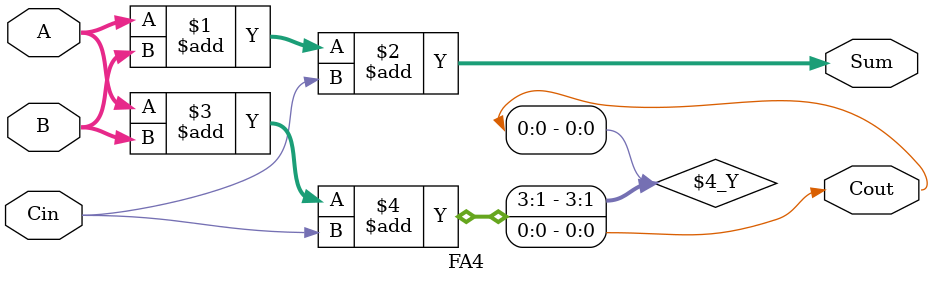
<source format=v>
`timescale 1ns / 1ps

module FA4(
    input[3:0] A,
    input[3:0] B,
    input Cin,
    output reg [3:0] Sum,
    output reg Cout
);


    assign Sum = A + B + Cin;
    assign Cout = A + B + Cin;


endmodule

</source>
